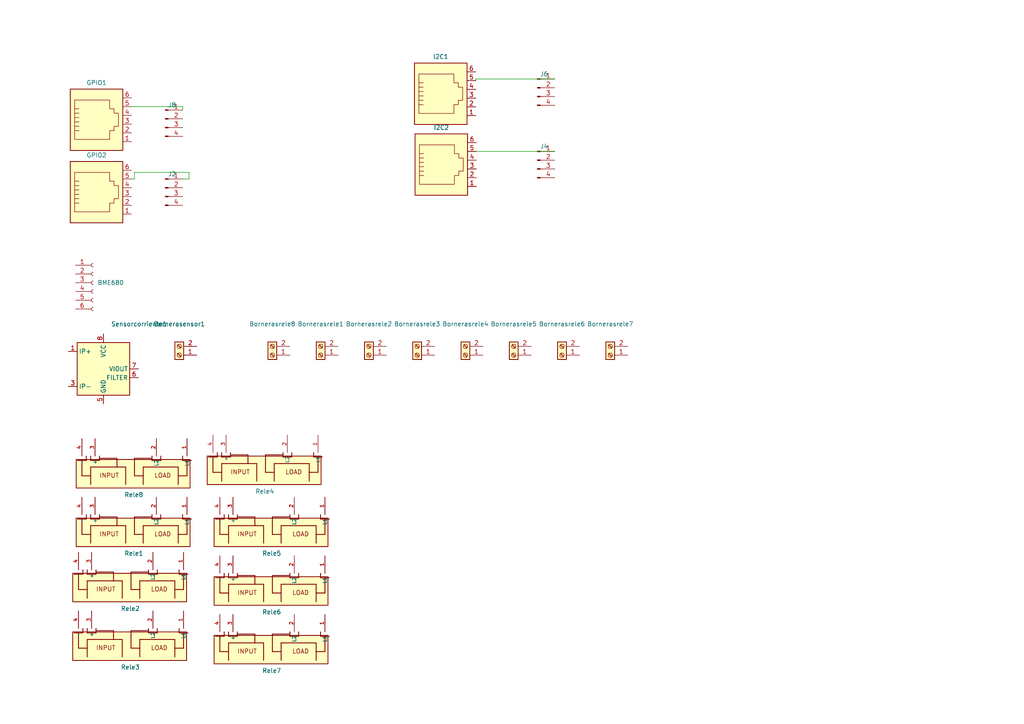
<source format=kicad_sch>
(kicad_sch (version 20231120) (generator "eeschema") (generator_version "8.0")
  (paper "A4")
  (lib_symbols
    (symbol "Connector:6P6C" (pin_names (offset 1.016))
      (property "Reference" "J" (at -5.08 11.43 0))
      (property "Value" "6P6C" (at 2.54 11.43 0))
      (symbol "6P6C_0_1"
        (polyline (pts (xy -6.35 -1.905) (xy -5.08 -1.905) (xy -5.08 -1.905)))
        (polyline (pts (xy -6.35 -0.635) (xy -5.08 -0.635) (xy -5.08 -0.635)))
        (polyline (pts (xy -6.35 0.635) (xy -5.08 0.635) (xy -5.08 0.635)))
        (polyline (pts (xy -6.35 1.905) (xy -5.08 1.905) (xy -5.08 1.905)))
        (polyline (pts (xy -6.35 3.175) (xy -5.08 3.175) (xy -5.08 3.175)))
        (polyline (pts (xy -5.08 4.445) (xy -6.35 4.445) (xy -6.35 4.445)))
        (polyline (pts (xy -6.35 -4.445) (xy -6.35 6.985) (xy 3.81 6.985) (xy 3.81 4.445) (xy 5.08 4.445) (xy 5.08 3.175) (xy 6.35 3.175) (xy 6.35 -0.635) (xy 5.08 -0.635) (xy 5.08 -1.905) (xy 3.81 -1.905) (xy 3.81 -4.445) (xy -6.35 -4.445) (xy -6.35 -4.445)))
        (rectangle (start 7.62 10.16) (end -7.62 -7.62) (stroke (width 0.254)) (fill (type background)))
      )
      (symbol "6P6C_1_1"
        (pin passive line (at 10.16 -5.08 180) (length 2.54) (name "~") (number "1"))
        (pin passive line (at 10.16 -2.54 180) (length 2.54) (name "~") (number "2"))
        (pin passive line (at 10.16 0 180) (length 2.54) (name "~") (number "3"))
        (pin passive line (at 10.16 2.54 180) (length 2.54) (name "~") (number "4"))
        (pin passive line (at 10.16 5.08 180) (length 2.54) (name "~") (number "5"))
        (pin passive line (at 10.16 7.62 180) (length 2.54) (name "~") (number "6"))
      )
    )
    (symbol "Connector:Conn_01x04_Pin" (pin_names (offset 1.016) hide)
      (property "Reference" "J" (at 0 5.08 0))
      (property "Value" "Conn_01x04_Pin" (at 0 -7.62 0))
      (symbol "Conn_01x04_Pin_1_1"
        (polyline (pts (xy 1.27 -5.08) (xy 0.8636 -5.08)) (stroke (width 0.1524)))
        (polyline (pts (xy 1.27 -2.54) (xy 0.8636 -2.54)) (stroke (width 0.1524)))
        (polyline (pts (xy 1.27 0) (xy 0.8636 0)) (stroke (width 0.1524)))
        (polyline (pts (xy 1.27 2.54) (xy 0.8636 2.54)) (stroke (width 0.1524)))
        (rectangle (start 0.8636 -4.953) (end 0 -5.207) (stroke (width 0.1524)) (fill (type outline)))
        (rectangle (start 0.8636 -2.413) (end 0 -2.667) (stroke (width 0.1524)) (fill (type outline)))
        (rectangle (start 0.8636 0.127) (end 0 -0.127) (stroke (width 0.1524)) (fill (type outline)))
        (rectangle (start 0.8636 2.667) (end 0 2.413) (stroke (width 0.1524)) (fill (type outline)))
        (pin passive line (at 5.08 2.54 180) (length 3.81) (name "Pin_1") (number "1"))
        (pin passive line (at 5.08 0 180) (length 3.81) (name "Pin_2") (number "2"))
        (pin passive line (at 5.08 -2.54 180) (length 3.81) (name "Pin_3") (number "3"))
        (pin passive line (at 5.08 -5.08 180) (length 3.81) (name "Pin_4") (number "4"))
      )
    )
    (symbol "Connector:Conn_01x06_Socket" (pin_names (offset 1.016) hide)
      (property "Reference" "J" (at 0 7.62 0))
      (property "Value" "Conn_01x06_Socket" (at 0 -10.16 0))
      (symbol "Conn_01x06_Socket_1_1"
        (arc (start 0 -7.112) (mid -0.5058 -7.62) (end 0 -8.128) (stroke (width 0.1524)))
        (arc (start 0 -4.572) (mid -0.5058 -5.08) (end 0 -5.588) (stroke (width 0.1524)))
        (arc (start 0 -2.032) (mid -0.5058 -2.54) (end 0 -3.048) (stroke (width 0.1524)))
        (polyline (pts (xy -1.27 -7.62) (xy -0.508 -7.62)) (stroke (width 0.1524)))
        (polyline (pts (xy -1.27 -5.08) (xy -0.508 -5.08)) (stroke (width 0.1524)))
        (polyline (pts (xy -1.27 -2.54) (xy -0.508 -2.54)) (stroke (width 0.1524)))
        (polyline (pts (xy -1.27 0) (xy -0.508 0)) (stroke (width 0.1524)))
        (polyline (pts (xy -1.27 2.54) (xy -0.508 2.54)) (stroke (width 0.1524)))
        (polyline (pts (xy -1.27 5.08) (xy -0.508 5.08)) (stroke (width 0.1524)))
        (arc (start 0 0.508) (mid -0.5058 0) (end 0 -0.508) (stroke (width 0.1524)))
        (arc (start 0 3.048) (mid -0.5058 2.54) (end 0 2.032) (stroke (width 0.1524)))
        (arc (start 0 5.588) (mid -0.5058 5.08) (end 0 4.572) (stroke (width 0.1524)))
        (pin passive line (at -5.08 5.08 0) (length 3.81) (name "Pin_1") (number "1"))
        (pin passive line (at -5.08 2.54 0) (length 3.81) (name "Pin_2") (number "2"))
        (pin passive line (at -5.08 0 0) (length 3.81) (name "Pin_3") (number "3"))
        (pin passive line (at -5.08 -2.54 0) (length 3.81) (name "Pin_4") (number "4"))
        (pin passive line (at -5.08 -5.08 0) (length 3.81) (name "Pin_5") (number "5"))
        (pin passive line (at -5.08 -7.62 0) (length 3.81) (name "Pin_6") (number "6"))
      )
    )
    (symbol "Connector:Screw_Terminal_01x02" (pin_names (offset 1.016) hide)
      (property "Reference" "J" (at 0 2.54 0))
      (property "Value" "Screw_Terminal_01x02" (at 0 -5.08 0))
      (symbol "Screw_Terminal_01x02_1_1"
        (rectangle (start -1.27 1.27) (end 1.27 -3.81) (stroke (width 0.254)) (fill (type background)))
        (circle (center 0 -2.54) (radius 0.635) (stroke (width 0.1524)))
        (polyline (pts (xy -0.5334 -2.2098) (xy 0.3302 -3.048)) (stroke (width 0.1524)))
        (polyline (pts (xy -0.5334 0.3302) (xy 0.3302 -0.508)) (stroke (width 0.1524)))
        (polyline (pts (xy -0.3556 -2.032) (xy 0.508 -2.8702)) (stroke (width 0.1524)))
        (polyline (pts (xy -0.3556 0.508) (xy 0.508 -0.3302)) (stroke (width 0.1524)))
        (circle (center 0 0) (radius 0.635) (stroke (width 0.1524)))
        (pin passive line (at -5.08 0 0) (length 3.81) (name "Pin_1") (number "1"))
        (pin passive line (at -5.08 -2.54 0) (length 3.81) (name "Pin_2") (number "2"))
      )
    )
    (symbol "G3MB-202P:G3MB-202P" (pin_names (offset 1.016))
      (property "Reference" "K" (at -9.5397 5.7239 0))
      (property "Value" "G3MB-202P" (at -9.5311 -4.4478 0))
      (symbol "G3MB-202P_0_0"
        (rectangle (start -16.9008 -3.5413) (end 16.1192 4.7137) (stroke (width 0.254)) (fill (type background)))
        (polyline (pts (xy -15.24 4.445) (xy -16.51 4.445)) (stroke (width 0.254)))
        (polyline (pts (xy -15.24 4.445) (xy -15.24 0)) (stroke (width 0.254)))
        (polyline (pts (xy -13.97 4.445) (xy -15.24 4.445)) (stroke (width 0.254)))
        (polyline (pts (xy -13.97 5.715) (xy -13.97 4.445)) (stroke (width 0.254)))
        (polyline (pts (xy -12.7 -2.54) (xy -12.7 0)) (stroke (width 0.254)))
        (polyline (pts (xy -12.7 0) (xy -15.24 0)) (stroke (width 0.254)))
        (polyline (pts (xy -12.7 0) (xy -12.7 2.54)) (stroke (width 0.254)))
        (polyline (pts (xy -12.7 2.54) (xy -5.08 2.54)) (stroke (width 0.254)))
        (polyline (pts (xy -12.7 4.445) (xy -12.7 5.715)) (stroke (width 0.254)))
        (polyline (pts (xy -10.16 4.445) (xy -12.7 4.445)) (stroke (width 0.254)))
        (polyline (pts (xy -10.16 5.715) (xy -10.16 4.445)) (stroke (width 0.254)))
        (polyline (pts (xy -5.08 2.54) (xy -5.08 5.08)) (stroke (width 0.254)))
        (polyline (pts (xy -5.08 2.54) (xy -2.54 2.54)) (stroke (width 0.254)))
        (polyline (pts (xy -5.08 5.08) (xy -10.16 5.08)) (stroke (width 0.254)))
        (polyline (pts (xy -2.54 2.54) (xy -2.54 -2.54)) (stroke (width 0.254)))
        (polyline (pts (xy 0 0) (xy 0 5.08)) (stroke (width 0.254)))
        (polyline (pts (xy 0 5.08) (xy 5.08 5.08)) (stroke (width 0.254)))
        (polyline (pts (xy 2.54 0) (xy 0 0)) (stroke (width 0.254)))
        (polyline (pts (xy 2.54 0) (xy 2.54 -2.54)) (stroke (width 0.254)))
        (polyline (pts (xy 2.54 2.54) (xy 2.54 0)) (stroke (width 0.254)))
        (polyline (pts (xy 5.08 4.445) (xy 7.62 4.445)) (stroke (width 0.254)))
        (polyline (pts (xy 5.08 5.715) (xy 5.08 4.445)) (stroke (width 0.254)))
        (polyline (pts (xy 7.62 4.445) (xy 7.62 5.715)) (stroke (width 0.254)))
        (polyline (pts (xy 12.7 -2.54) (xy 12.7 0)) (stroke (width 0.254)))
        (polyline (pts (xy 12.7 0) (xy 12.7 2.54)) (stroke (width 0.254)))
        (polyline (pts (xy 12.7 0) (xy 15.24 0)) (stroke (width 0.254)))
        (polyline (pts (xy 12.7 2.54) (xy 2.54 2.54)) (stroke (width 0.254)))
        (polyline (pts (xy 13.97 4.445) (xy 15.24 4.445)) (stroke (width 0.254)))
        (polyline (pts (xy 13.97 5.715) (xy 13.97 4.445)) (stroke (width 0.254)))
        (polyline (pts (xy 15.24 4.445) (xy 15.24 0)) (stroke (width 0.254)))
        (polyline (pts (xy 15.24 4.445) (xy 16.51 4.445)) (stroke (width 0.254)))
        (text "INPUT" (at -10.1712 -0.6357 0) (effects (font (size 1.2714 1.2714)) (justify left bottom)))
        (text "LOAD" (at 5.7234 -0.6359 0) (effects (font (size 1.2719 1.2719)) (justify left bottom)))
        (pin passive line (at 15.24 10.795 270) (length 5.08) (name "L1") (number "1"))
        (pin passive line (at 6.35 10.795 270) (length 5.08) (name "L2") (number "2"))
        (pin input line (at -11.43 10.795 270) (length 5.08) (name "+") (number "3"))
        (pin input line (at -15.24 10.795 270) (length 5.08) (name "-") (number "4"))
      )
    )
    (symbol "Sensor_Current:ACS712xLCTR-30A"
      (property "Reference" "U" (at 2.54 11.43 0))
      (property "Value" "ACS712xLCTR-30A" (at 2.54 8.89 0))
      (symbol "ACS712xLCTR-30A_0_1"
        (rectangle (start -7.62 7.62) (end 7.62 -7.62) (stroke (width 0.254)) (fill (type background)))
      )
      (symbol "ACS712xLCTR-30A_1_1"
        (pin passive line (at -10.16 5.08 0) (length 2.54) (name "IP+") (number "1"))
        (pin passive line (at -10.16 5.08 0) (length 2.54) hide (name "IP+") (number "2"))
        (pin passive line (at -10.16 -5.08 0) (length 2.54) (name "IP-") (number "3"))
        (pin passive line (at -10.16 -5.08 0) (length 2.54) hide (name "IP-") (number "4"))
        (pin power_in line (at 0 -10.16 90) (length 2.54) (name "GND") (number "5"))
        (pin passive line (at 10.16 -2.54 180) (length 2.54) (name "FILTER") (number "6"))
        (pin output line (at 10.16 0 180) (length 2.54) (name "VIOUT") (number "7"))
        (pin power_in line (at 0 10.16 270) (length 2.54) (name "VCC") (number "8"))
      )
    )
  )
  (wire (pts (xy 39 50) (xy 39 51.92)))
  (wire (pts (xy 54.84 51.92) (xy 53 51.92)))
  (wire (pts (xy 138 22.92) (xy 138 23.38)))
  (wire (pts (xy 53 30.92) (xy 38.16 30.92)))
  (wire (pts (xy 138.16 43.92) (xy 160.92 43.92)))
  (wire (pts (xy 160.92 22.92) (xy 138 22.92)))
  (wire (pts (xy 39 50) (xy 54.84 50)))
  (wire (pts (xy 39 51.92) (xy 38.16 51.92)))
  (wire (pts (xy 54.84 50) (xy 54.84 51.92)))
  (wire (pts (xy 53 31.92) (xy 53 30.92)))
  (symbol (lib_id "G3MB-202P:G3MB-202P") (at 79 155 0) (unit 1)
    (property "Reference" "Rele5" (at 78.8046 160.51 0))
    (property "Value" "G3MB-202P" (effects (hide yes)))
    (property "Footprint" "G3MB-202P:RELAY_G3MB-202P" (effects (hide yes)))
    (property "MF" "Omron Automation" (effects (hide yes)))
    (property "Description_1" "\nSolid State SPST-NO (1 Form A) 4-SIP\n" (effects (hide yes)))
    (property "Package" "SIP-4 Omron Automation" (effects (hide yes)))
    (property "Price" "None" (effects (hide yes)))
    (property "Check_prices" "https://www.snapeda.com/parts/G3MB-202P/Omron+Automation+and+Safety/view-part/?ref=eda" (effects (hide yes)))
    (property "SnapEDA_Link" "https://www.snapeda.com/parts/G3MB-202P/Omron+Automation+and+Safety/view-part/?ref=snap" (effects (hide yes)))
    (property "MP" "G3MB-202P" (effects (hide yes)))
    (property "Availability" "In Stock" (effects (hide yes)))
    (property "MANUFACTURER" "Omron" (effects (hide yes)))
  )
  (symbol (lib_id "Connector:Screw_Terminal_01x02") (at 163 103 180) (unit 1)
    (property "Reference" "Bornerasrele6" (at 163 93.98 0))
    (property "Value" "Screw_Terminal_01x02" (effects (hide yes)))
    (property "Footprint" "TerminalBlock_WAGO:TerminalBlock_WAGO_236-102_1x02_P5.00mm_45Degree" (effects (hide yes)))
    (property "Description" "Generic screw terminal, single row, 01x02, script generated (kicad-library-utils/schlib/autogen/connector/)" (effects (hide yes)))
  )
  (symbol (lib_id "Connector:Screw_Terminal_01x02") (at 79 103 180) (unit 1)
    (property "Reference" "Bornerasrele8" (at 79 93.98 0))
    (property "Value" "Screw_Terminal_01x02" (effects (hide yes)))
    (property "Footprint" "TerminalBlock_WAGO:TerminalBlock_WAGO_236-102_1x02_P5.00mm_45Degree" (effects (hide yes)))
    (property "Description" "Generic screw terminal, single row, 01x02, script generated (kicad-library-utils/schlib/autogen/connector/)" (effects (hide yes)))
  )
  (symbol (lib_id "Connector:Conn_01x04_Pin") (at 155.84 25.46 0) (unit 1)
    (property "Reference" "J6" (at 157.84 21.46 0))
    (property "Value" "Conn_01x04_Pin" (effects (hide yes)))
    (property "Footprint" "Connector_PinSocket_2.54mm:PinSocket_1x04_P2.54mm_Vertical" (effects (hide yes)))
    (property "Description" "Generic connector, single row, 01x04, script generated" (effects (hide yes)))
  )
  (symbol (lib_id "G3MB-202P:G3MB-202P") (at 79 172 0) (unit 1)
    (property "Reference" "Rele6" (at 78.8046 177.51 0))
    (property "Value" "G3MB-202P" (effects (hide yes)))
    (property "Footprint" "G3MB-202P:RELAY_G3MB-202P" (effects (hide yes)))
    (property "MF" "Omron Automation" (effects (hide yes)))
    (property "Description_1" "\nSolid State SPST-NO (1 Form A) 4-SIP\n" (effects (hide yes)))
    (property "Package" "SIP-4 Omron Automation" (effects (hide yes)))
    (property "Price" "None" (effects (hide yes)))
    (property "Check_prices" "https://www.snapeda.com/parts/G3MB-202P/Omron+Automation+and+Safety/view-part/?ref=eda" (effects (hide yes)))
    (property "SnapEDA_Link" "https://www.snapeda.com/parts/G3MB-202P/Omron+Automation+and+Safety/view-part/?ref=snap" (effects (hide yes)))
    (property "MP" "G3MB-202P" (effects (hide yes)))
    (property "Availability" "In Stock" (effects (hide yes)))
    (property "MANUFACTURER" "Omron" (effects (hide yes)))
  )
  (symbol (lib_id "Connector:6P6C") (at 127.84 28.46 0) (unit 1)
    (property "Reference" "I2C1" (at 127.84 16.46 0))
    (property "Value" "6P6C" (effects (hide yes)))
    (property "Footprint" "Connector_RJ:RJ25_Wayconn_MJEA-660X1_Horizontal" (effects (hide yes)))
    (property "Description" "RJ connector, 6P6C (6 positions 6 connected), RJ12/RJ18/RJ25" (effects (hide yes)))
  )
  (symbol (lib_id "Connector:Screw_Terminal_01x02") (at 121 103 180) (unit 1)
    (property "Reference" "Bornerasrele3" (at 121 93.98 0))
    (property "Value" "Screw_Terminal_01x02" (effects (hide yes)))
    (property "Footprint" "TerminalBlock_WAGO:TerminalBlock_WAGO_236-102_1x02_P5.00mm_45Degree" (effects (hide yes)))
    (property "Description" "Generic screw terminal, single row, 01x02, script generated (kicad-library-utils/schlib/autogen/connector/)" (effects (hide yes)))
  )
  (symbol (lib_id "Connector:6P6C") (at 28 36 0) (unit 1)
    (property "Reference" "GPIO1" (at 28 24 0))
    (property "Value" "6P6C" (effects (hide yes)))
    (property "Footprint" "Connector_RJ:RJ25_Wayconn_MJEA-660X1_Horizontal" (effects (hide yes)))
    (property "Description" "RJ connector, 6P6C (6 positions 6 connected), RJ12/RJ18/RJ25" (effects (hide yes)))
  )
  (symbol (lib_id "Connector:Conn_01x04_Pin") (at 155.84 46.46 0) (unit 1)
    (property "Reference" "J4" (at 157.84 42.46 0))
    (property "Value" "Conn_01x04_Pin" (effects (hide yes)))
    (property "Footprint" "Connector_PinSocket_2.54mm:PinSocket_1x04_P2.54mm_Vertical" (effects (hide yes)))
    (property "Description" "Generic connector, single row, 01x04, script generated" (effects (hide yes)))
  )
  (symbol (lib_id "Connector:Screw_Terminal_01x02") (at 135 103 180) (unit 1)
    (property "Reference" "Bornerasrele4" (at 135 93.98 0))
    (property "Value" "Screw_Terminal_01x02" (effects (hide yes)))
    (property "Footprint" "TerminalBlock_WAGO:TerminalBlock_WAGO_236-102_1x02_P5.00mm_45Degree" (effects (hide yes)))
    (property "Description" "Generic screw terminal, single row, 01x02, script generated (kicad-library-utils/schlib/autogen/connector/)" (effects (hide yes)))
  )
  (symbol (lib_id "G3MB-202P:G3MB-202P") (at 39 155 0) (unit 1)
    (property "Reference" "Rele1" (at 38.8046 160.51 0))
    (property "Value" "G3MB-202P" (effects (hide yes)))
    (property "Footprint" "G3MB-202P:RELAY_G3MB-202P" (effects (hide yes)))
    (property "MF" "Omron Automation" (effects (hide yes)))
    (property "Description_1" "\nSolid State SPST-NO (1 Form A) 4-SIP\n" (effects (hide yes)))
    (property "Package" "SIP-4 Omron Automation" (effects (hide yes)))
    (property "Price" "None" (effects (hide yes)))
    (property "Check_prices" "https://www.snapeda.com/parts/G3MB-202P/Omron+Automation+and+Safety/view-part/?ref=eda" (effects (hide yes)))
    (property "SnapEDA_Link" "https://www.snapeda.com/parts/G3MB-202P/Omron+Automation+and+Safety/view-part/?ref=snap" (effects (hide yes)))
    (property "MP" "G3MB-202P" (effects (hide yes)))
    (property "Availability" "In Stock" (effects (hide yes)))
    (property "MANUFACTURER" "Omron" (effects (hide yes)))
  )
  (symbol (lib_id "G3MB-202P:G3MB-202P") (at 79 189 0) (unit 1)
    (property "Reference" "Rele7" (at 78.8046 194.51 0))
    (property "Value" "G3MB-202P" (effects (hide yes)))
    (property "Footprint" "G3MB-202P:RELAY_G3MB-202P" (effects (hide yes)))
    (property "MF" "Omron Automation" (effects (hide yes)))
    (property "Description_1" "\nSolid State SPST-NO (1 Form A) 4-SIP\n" (effects (hide yes)))
    (property "Package" "SIP-4 Omron Automation" (effects (hide yes)))
    (property "Price" "None" (effects (hide yes)))
    (property "Check_prices" "https://www.snapeda.com/parts/G3MB-202P/Omron+Automation+and+Safety/view-part/?ref=eda" (effects (hide yes)))
    (property "SnapEDA_Link" "https://www.snapeda.com/parts/G3MB-202P/Omron+Automation+and+Safety/view-part/?ref=snap" (effects (hide yes)))
    (property "MP" "G3MB-202P" (effects (hide yes)))
    (property "Availability" "In Stock" (effects (hide yes)))
    (property "MANUFACTURER" "Omron" (effects (hide yes)))
  )
  (symbol (lib_id "Connector:Screw_Terminal_01x02") (at 52 103 180) (unit 1)
    (property "Reference" "Bornerasensor1" (at 52 93.98 0))
    (property "Value" "Screw_Terminal_01x02" (effects (hide yes)))
    (property "Footprint" "TerminalBlock_WAGO:TerminalBlock_WAGO_236-102_1x02_P5.00mm_45Degree" (effects (hide yes)))
    (property "Description" "Generic screw terminal, single row, 01x02, script generated (kicad-library-utils/schlib/autogen/connector/)" (effects (hide yes)))
  )
  (symbol (lib_id "Connector:6P6C") (at 28 57 0) (unit 1)
    (property "Reference" "GPIO2" (at 28 45 0))
    (property "Value" "6P6C" (effects (hide yes)))
    (property "Footprint" "Connector_RJ:RJ25_Wayconn_MJEA-660X1_Horizontal" (effects (hide yes)))
    (property "Description" "RJ connector, 6P6C (6 positions 6 connected), RJ12/RJ18/RJ25" (effects (hide yes)))
  )
  (symbol (lib_id "G3MB-202P:G3MB-202P") (at 38 188 0) (unit 1)
    (property "Reference" "Rele3" (at 37.8046 193.51 0))
    (property "Value" "G3MB-202P" (effects (hide yes)))
    (property "Footprint" "G3MB-202P:RELAY_G3MB-202P" (effects (hide yes)))
    (property "MF" "Omron Automation" (effects (hide yes)))
    (property "Description_1" "\nSolid State SPST-NO (1 Form A) 4-SIP\n" (effects (hide yes)))
    (property "Package" "SIP-4 Omron Automation" (effects (hide yes)))
    (property "Price" "None" (effects (hide yes)))
    (property "Check_prices" "https://www.snapeda.com/parts/G3MB-202P/Omron+Automation+and+Safety/view-part/?ref=eda" (effects (hide yes)))
    (property "SnapEDA_Link" "https://www.snapeda.com/parts/G3MB-202P/Omron+Automation+and+Safety/view-part/?ref=snap" (effects (hide yes)))
    (property "MP" "G3MB-202P" (effects (hide yes)))
    (property "Availability" "In Stock" (effects (hide yes)))
    (property "MANUFACTURER" "Omron" (effects (hide yes)))
  )
  (symbol (lib_id "G3MB-202P:G3MB-202P") (at 77 137 0) (unit 1)
    (property "Reference" "Rele4" (at 76.8046 142.51 0))
    (property "Value" "G3MB-202P" (effects (hide yes)))
    (property "Footprint" "G3MB-202P:RELAY_G3MB-202P" (effects (hide yes)))
    (property "MF" "Omron Automation" (effects (hide yes)))
    (property "Description_1" "\nSolid State SPST-NO (1 Form A) 4-SIP\n" (effects (hide yes)))
    (property "Package" "SIP-4 Omron Automation" (effects (hide yes)))
    (property "Price" "None" (effects (hide yes)))
    (property "Check_prices" "https://www.snapeda.com/parts/G3MB-202P/Omron+Automation+and+Safety/view-part/?ref=eda" (effects (hide yes)))
    (property "SnapEDA_Link" "https://www.snapeda.com/parts/G3MB-202P/Omron+Automation+and+Safety/view-part/?ref=snap" (effects (hide yes)))
    (property "MP" "G3MB-202P" (effects (hide yes)))
    (property "Availability" "In Stock" (effects (hide yes)))
    (property "MANUFACTURER" "Omron" (effects (hide yes)))
  )
  (symbol (lib_id "Sensor_Current:ACS712xLCTR-30A") (at 30 107 0) (unit 1)
    (property "Reference" "Sensorcorriente1" (at 32.1941 93.98 0) (effects (justify left)))
    (property "Value" "ACS712xLCTR-30A" (effects (hide yes)))
    (property "Footprint" "Package_SO:SOIC-8_3.9x4.9mm_P1.27mm" (effects (hide yes)))
    (property "Datasheet" "http://www.allegromicro.com/~/media/Files/Datasheets/ACS712-Datasheet.ashx?la=en" (effects (hide yes)))
    (property "Description" "±30A Bidirectional Hall-Effect Current Sensor, +5.0V supply, 66mV/A, SOIC-8" (effects (hide yes)))
  )
  (symbol (lib_id "Connector:Conn_01x06_Socket") (at 27 82 0) (unit 1)
    (property "Reference" "BME680" (at 28.25 81.9999 0) (effects (justify left)))
    (property "Value" "Conn_01x06_Socket" (effects (hide yes)))
    (property "Footprint" "Connector_PinSocket_2.54mm:PinSocket_1x06_P2.54mm_Vertical" (effects (hide yes)))
    (property "Description" "Generic connector, single row, 01x06, script generated" (effects (hide yes)))
  )
  (symbol (lib_id "Connector:Screw_Terminal_01x02") (at 177 103 180) (unit 1)
    (property "Reference" "Bornerasrele7" (at 177 93.98 0))
    (property "Value" "Screw_Terminal_01x02" (effects (hide yes)))
    (property "Footprint" "TerminalBlock_WAGO:TerminalBlock_WAGO_236-102_1x02_P5.00mm_45Degree" (effects (hide yes)))
    (property "Description" "Generic screw terminal, single row, 01x02, script generated (kicad-library-utils/schlib/autogen/connector/)" (effects (hide yes)))
  )
  (symbol (lib_id "G3MB-202P:G3MB-202P") (at 39 138 0) (unit 1)
    (property "Reference" "Rele8" (at 38.8046 143.51 0))
    (property "Value" "G3MB-202P" (effects (hide yes)))
    (property "Footprint" "G3MB-202P:RELAY_G3MB-202P" (effects (hide yes)))
    (property "MF" "Omron Automation" (effects (hide yes)))
    (property "Description_1" "\nSolid State SPST-NO (1 Form A) 4-SIP\n" (effects (hide yes)))
    (property "Package" "SIP-4 Omron Automation" (effects (hide yes)))
    (property "Price" "None" (effects (hide yes)))
    (property "Check_prices" "https://www.snapeda.com/parts/G3MB-202P/Omron+Automation+and+Safety/view-part/?ref=eda" (effects (hide yes)))
    (property "SnapEDA_Link" "https://www.snapeda.com/parts/G3MB-202P/Omron+Automation+and+Safety/view-part/?ref=snap" (effects (hide yes)))
    (property "MP" "G3MB-202P" (effects (hide yes)))
    (property "Availability" "In Stock" (effects (hide yes)))
    (property "MANUFACTURER" "Omron" (effects (hide yes)))
  )
  (symbol (lib_id "Connector:6P6C") (at 128 49 0) (unit 1)
    (property "Reference" "I2C2" (at 128 37 0))
    (property "Value" "6P6C" (effects (hide yes)))
    (property "Footprint" "Connector_RJ:RJ25_Wayconn_MJEA-660X1_Horizontal" (effects (hide yes)))
    (property "Description" "RJ connector, 6P6C (6 positions 6 connected), RJ12/RJ18/RJ25" (effects (hide yes)))
  )
  (symbol (lib_id "Connector:Screw_Terminal_01x02") (at 93 103 180) (unit 1)
    (property "Reference" "Bornerasrele1" (at 93 93.98 0))
    (property "Value" "Screw_Terminal_01x02" (effects (hide yes)))
    (property "Footprint" "TerminalBlock_WAGO:TerminalBlock_WAGO_236-102_1x02_P5.00mm_45Degree" (effects (hide yes)))
    (property "Description" "Generic screw terminal, single row, 01x02, script generated (kicad-library-utils/schlib/autogen/connector/)" (effects (hide yes)))
  )
  (symbol (lib_id "Connector:Screw_Terminal_01x02") (at 107 103 180) (unit 1)
    (property "Reference" "Bornerasrele2" (at 107 93.98 0))
    (property "Value" "Screw_Terminal_01x02" (effects (hide yes)))
    (property "Footprint" "TerminalBlock_WAGO:TerminalBlock_WAGO_236-102_1x02_P5.00mm_45Degree" (effects (hide yes)))
    (property "Description" "Generic screw terminal, single row, 01x02, script generated (kicad-library-utils/schlib/autogen/connector/)" (effects (hide yes)))
  )
  (symbol (lib_id "Connector:Conn_01x04_Pin") (at 47.92 34.46 0) (unit 1)
    (property "Reference" "J8" (at 49.92 30.46 0))
    (property "Value" "Conn_01x04_Pin" (effects (hide yes)))
    (property "Footprint" "Connector_PinSocket_2.54mm:PinSocket_1x04_P2.54mm_Vertical" (effects (hide yes)))
    (property "Description" "Generic connector, single row, 01x04, script generated" (effects (hide yes)))
  )
  (symbol (lib_id "Connector:Conn_01x04_Pin") (at 47.92 54.46 0) (unit 1)
    (property "Reference" "J2" (at 49.92 50.46 0))
    (property "Value" "Conn_01x04_Pin" (effects (hide yes)))
    (property "Footprint" "Connector_PinSocket_2.54mm:PinSocket_1x04_P2.54mm_Vertical" (effects (hide yes)))
    (property "Description" "Generic connector, single row, 01x04, script generated" (effects (hide yes)))
  )
  (symbol (lib_id "G3MB-202P:G3MB-202P") (at 38 171 0) (unit 1)
    (property "Reference" "Rele2" (at 37.8046 176.51 0))
    (property "Value" "G3MB-202P" (effects (hide yes)))
    (property "Footprint" "G3MB-202P:RELAY_G3MB-202P" (effects (hide yes)))
    (property "MF" "Omron Automation" (effects (hide yes)))
    (property "Description_1" "\nSolid State SPST-NO (1 Form A) 4-SIP\n" (effects (hide yes)))
    (property "Package" "SIP-4 Omron Automation" (effects (hide yes)))
    (property "Price" "None" (effects (hide yes)))
    (property "Check_prices" "https://www.snapeda.com/parts/G3MB-202P/Omron+Automation+and+Safety/view-part/?ref=eda" (effects (hide yes)))
    (property "SnapEDA_Link" "https://www.snapeda.com/parts/G3MB-202P/Omron+Automation+and+Safety/view-part/?ref=snap" (effects (hide yes)))
    (property "MP" "G3MB-202P" (effects (hide yes)))
    (property "Availability" "In Stock" (effects (hide yes)))
    (property "MANUFACTURER" "Omron" (effects (hide yes)))
  )
  (symbol (lib_id "Connector:Screw_Terminal_01x02") (at 149 103 180) (unit 1)
    (property "Reference" "Bornerasrele5" (at 149 93.98 0))
    (property "Value" "Screw_Terminal_01x02" (effects (hide yes)))
    (property "Footprint" "TerminalBlock_WAGO:TerminalBlock_WAGO_236-102_1x02_P5.00mm_45Degree" (effects (hide yes)))
    (property "Description" "Generic screw terminal, single row, 01x02, script generated (kicad-library-utils/schlib/autogen/connector/)" (effects (hide yes)))
  )
)
</source>
